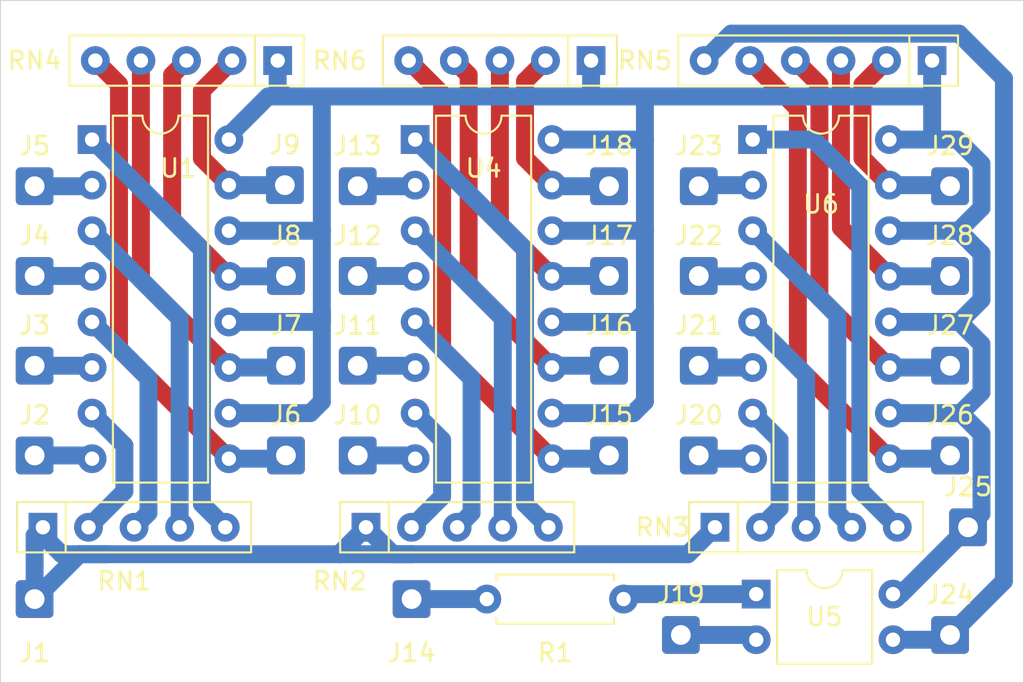
<source format=kicad_pcb>
(kicad_pcb (version 20240108) (generator "pcbnew") (generator_version "8.0")
  (layers (0 "F.Cu" signal) (31 "B.Cu" signal) (34 "B.Paste" user) (35 "F.Paste" user) (36 "B.SilkS" user "B.Silkscreen") (37 "F.SilkS" user "F.Silkscreen") (38 "B.Mask" user) (39 "F.Mask" user) (44 "Edge.Cuts" user))
  (net 0 "")
  (net 1 "Net-(J14-Pin_1)")
  (net 2 "Net-(J16-Pin_1)")
  (net 3 "Net-(J2-Pin_1)")
  (net 4 "Net-(J3-Pin_1)")
  (net 5 "Net-(J4-Pin_1)")
  (net 6 "Net-(J5-Pin_1)")
  (net 7 "Net-(J6-Pin_1)")
  (net 8 "Net-(J7-Pin_1)")
  (net 9 "Net-(J8-Pin_1)")
  (net 10 "Net-(J9-Pin_1)")
  (net 11 "Net-(J10-Pin_1)")
  (net 12 "Net-(J11-Pin_1)")
  (net 13 "Net-(J12-Pin_1)")
  (net 14 "Net-(J13-Pin_1)")
  (net 15 "Net-(J15-Pin_1)")
  (net 16 "Net-(J18-Pin_1)")
  (net 17 "Net-(J19-Pin_1)")
  (net 18 "Net-(J20-Pin_1)")
  (net 19 "Net-(J21-Pin_1)")
  (net 20 "Net-(J22-Pin_1)")
  (net 21 "Net-(J23-Pin_1)")
  (net 22 "Net-(J24-Pin_1)")
  (net 23 "Net-(J25-Pin_1)")
  (net 24 "Net-(J26-Pin_1)")
  (net 25 "Net-(J27-Pin_1)")
  (net 26 "Net-(J28-Pin_1)")
  (net 27 "Net-(J29-Pin_1)")
  (net 28 "Net-(RN1-R4)")
  (net 29 "Net-(RN1-R3)")
  (net 30 "Net-(RN1-R2)")
  (net 31 "Net-(RN1-R1)")
  (net 32 "Net-(R1-Pad2)")
  (net 33 "Net-(RN2-R2)")
  (net 34 "Net-(RN2-R3)")
  (net 35 "Net-(RN2-R1)")
  (net 36 "Net-(RN2-R4)")
  (net 37 "Net-(RN3-R1)")
  (net 38 "Net-(RN3-R2)")
  (net 39 "Net-(RN3-R4)")
  (net 40 "Net-(RN3-R3)")
  (net 41 "Net-(J1-Pin_1)")
  (net 42 "Net-(J17-Pin_1)")
  (footprint "Connector_Wire:SolderWire-0.5sqmm_1x01_D0.9mm_OD2.1mm" (layer "F.Cu") (at 98.095 78.35)
    (property "Reference" "J4" (at 0 -2.25 0) (layer "F.SilkS"))
    (property "Value" "+12 V K15" (hide yes))
    (pad "1" thru_hole roundrect (at 0 0) (size 2.1 2.1) (drill 1.1) (layers "*.Cu" "*.Mask") (roundrect_rratio 0.119048) (net 5 "Net-(J4-Pin_1)"))
  )
  (footprint "Connector_Wire:SolderWire-0.5sqmm_1x01_D0.9mm_OD2.1mm" (layer "F.Cu") (at 98.095 88.35)
    (property "Reference" "J2" (at 0 -2.25 0) (layer "F.SilkS"))
    (property "Value" "+12 V K15" (hide yes))
    (pad "1" thru_hole roundrect (at 0 0) (size 2.1 2.1) (drill 1.1) (layers "*.Cu" "*.Mask") (roundrect_rratio 0.119048) (net 3 "Net-(J2-Pin_1)"))
  )
  (footprint "Connector_Wire:SolderWire-0.5sqmm_1x01_D0.9mm_OD2.1mm" (layer "F.Cu") (at 116.095 83.35)
    (property "Reference" "J11" (at 0 -2.25 0) (layer "F.SilkS"))
    (property "Value" "+12 V K15" (hide yes))
    (pad "1" thru_hole roundrect (at 0 0) (size 2.1 2.1) (drill 1.1) (layers "*.Cu" "*.Mask") (roundrect_rratio 0.119048) (net 12 "Net-(J11-Pin_1)"))
  )
  (footprint "Connector_Wire:SolderWire-0.5sqmm_1x01_D0.9mm_OD2.1mm" (layer "F.Cu") (at 112.095 78.35)
    (property "Reference" "J8" (at 0 -2.25 0) (layer "F.SilkS"))
    (property "Value" "+12 V K15" (hide yes))
    (pad "1" thru_hole roundrect (at 0 0) (size 2.1 2.1) (drill 1.1) (layers "*.Cu" "*.Mask") (roundrect_rratio 0.119048) (net 9 "Net-(J8-Pin_1)"))
  )
  (footprint "Connector_Wire:SolderWire-0.5sqmm_1x01_D0.9mm_OD2.1mm" (layer "F.Cu") (at 149.095 83.35)
    (property "Reference" "J27" (at 0 -2.25 0) (layer "F.SilkS"))
    (property "Value" "+12 V K15" (hide yes))
    (pad "1" thru_hole roundrect (at 0 0) (size 2.1 2.1) (drill 1.1) (layers "*.Cu" "*.Mask") (roundrect_rratio 0.119048) (net 25 "Net-(J27-Pin_1)"))
  )
  (footprint "Resistor_THT:R_Array_SIP5" (layer "F.Cu") (at 111.635 66.35 180)
    (property "Reference" "RN4" (at 13.54 0 0) (layer "F.SilkS"))
    (property "Value" "Pull Up 10k")
    (fp_line (start 11.6 1.4) (end 11.6 -1.4) (stroke (width 0.12)) (layer "F.SilkS"))
    (fp_line (start 11.6 -1.4) (end -1.44 -1.4) (stroke (width 0.12)) (layer "F.SilkS"))
    (fp_line (start 1.27 -1.4) (end 1.27 1.4) (stroke (width 0.12)) (layer "F.SilkS"))
    (fp_line (start -1.44 1.4) (end 11.6 1.4) (stroke (width 0.12)) (layer "F.SilkS"))
    (fp_line (start -1.44 -1.4) (end -1.44 1.4) (stroke (width 0.12)) (layer "F.SilkS"))
    (pad "1" thru_hole rect (at 0 0 180) (size 1.6 1.6) (drill 0.8) (layers "*.Cu" "*.Mask") (net 23 "Net-(J25-Pin_1)"))
    (pad "2" thru_hole oval (at 2.54 0 180) (size 1.6 1.6) (drill 0.8) (layers "*.Cu" "*.Mask") (net 10 "Net-(J9-Pin_1)"))
    (pad "3" thru_hole oval (at 5.08 0 180) (size 1.6 1.6) (drill 0.8) (layers "*.Cu" "*.Mask") (net 9 "Net-(J8-Pin_1)"))
    (pad "4" thru_hole oval (at 7.62 0 180) (size 1.6 1.6) (drill 0.8) (layers "*.Cu" "*.Mask") (net 8 "Net-(J7-Pin_1)"))
    (pad "5" thru_hole oval (at 10.16 0 180) (size 1.6 1.6) (drill 0.8) (layers "*.Cu" "*.Mask") (net 7 "Net-(J6-Pin_1)"))
  )
  (footprint "Resistor_THT:R_Array_SIP5" (layer "F.Cu") (at 98.555 92.35)
    (property "Reference" "RN1" (at 4.54 3 0) (layer "F.SilkS"))
    (property "Value" "4,7k")
    (fp_line (start -1.44 -1.4) (end -1.44 1.4) (stroke (width 0.12)) (layer "F.SilkS"))
    (fp_line (start -1.44 1.4) (end 11.6 1.4) (stroke (width 0.12)) (layer "F.SilkS"))
    (fp_line (start 1.27 -1.4) (end 1.27 1.4) (stroke (width 0.12)) (layer "F.SilkS"))
    (fp_line (start 11.6 -1.4) (end -1.44 -1.4) (stroke (width 0.12)) (layer "F.SilkS"))
    (fp_line (start 11.6 1.4) (end 11.6 -1.4) (stroke (width 0.12)) (layer "F.SilkS"))
    (pad "1" thru_hole rect (at 0 0) (size 1.6 1.6) (drill 0.8) (layers "*.Cu" "*.Mask") (net 41 "Net-(J1-Pin_1)"))
    (pad "2" thru_hole oval (at 2.54 0) (size 1.6 1.6) (drill 0.8) (layers "*.Cu" "*.Mask") (net 31 "Net-(RN1-R1)"))
    (pad "3" thru_hole oval (at 5.08 0) (size 1.6 1.6) (drill 0.8) (layers "*.Cu" "*.Mask") (net 30 "Net-(RN1-R2)"))
    (pad "4" thru_hole oval (at 7.62 0) (size 1.6 1.6) (drill 0.8) (layers "*.Cu" "*.Mask") (net 29 "Net-(RN1-R3)"))
    (pad "5" thru_hole oval (at 10.16 0) (size 1.6 1.6) (drill 0.8) (layers "*.Cu" "*.Mask") (net 28 "Net-(RN1-R4)"))
  )
  (footprint "Connector_Wire:SolderWire-0.5sqmm_1x01_D0.9mm_OD2.1mm" (layer "F.Cu") (at 135.095 83.35)
    (property "Reference" "J21" (at 0 -2.25 0) (layer "F.SilkS"))
    (property "Value" "+12 V K15" (hide yes))
    (pad "1" thru_hole roundrect (at 0 0) (size 2.1 2.1) (drill 1.1) (layers "*.Cu" "*.Mask") (roundrect_rratio 0.119048) (net 19 "Net-(J21-Pin_1)"))
  )
  (footprint "Connector_Wire:SolderWire-0.5sqmm_1x01_D0.9mm_OD2.1mm" (layer "F.Cu") (at 112.095 88.35)
    (property "Reference" "J6" (at 0 -2.25 0) (layer "F.SilkS"))
    (property "Value" "+12 V K15" (hide yes))
    (pad "1" thru_hole roundrect (at 0 0) (size 2.1 2.1) (drill 1.1) (layers "*.Cu" "*.Mask") (roundrect_rratio 0.119048) (net 7 "Net-(J6-Pin_1)"))
  )
  (footprint "Connector_Wire:SolderWire-0.5sqmm_1x01_D0.9mm_OD2.1mm" (layer "F.Cu") (at 112.095 83.35)
    (property "Reference" "J7" (at 0 -2.25 0) (layer "F.SilkS"))
    (property "Value" "+12 V K15" (hide yes))
    (pad "1" thru_hole roundrect (at 0 0) (size 2.1 2.1) (drill 1.1) (layers "*.Cu" "*.Mask") (roundrect_rratio 0.119048) (net 8 "Net-(J7-Pin_1)"))
  )
  (footprint "Connector_Wire:SolderWire-0.5sqmm_1x01_D0.9mm_OD2.1mm" (layer "F.Cu") (at 135.095 88.35)
    (property "Reference" "J20" (at 0 -2.25 0) (layer "F.SilkS"))
    (property "Value" "+12 V K15" (hide yes))
    (pad "1" thru_hole roundrect (at 0 0) (size 2.1 2.1) (drill 1.1) (layers "*.Cu" "*.Mask") (roundrect_rratio 0.119048) (net 18 "Net-(J20-Pin_1)"))
  )
  (footprint "Connector_Wire:SolderWire-0.5sqmm_1x01_D0.9mm_OD2.1mm" (layer "F.Cu") (at 134.095 98.35)
    (property "Reference" "J19" (at 0 -2.25 0) (layer "F.SilkS"))
    (property "Value" "+12 V K15" (hide yes))
    (pad "1" thru_hole roundrect (at 0 0) (size 2.1 2.1) (drill 1.1) (layers "*.Cu" "*.Mask") (roundrect_rratio 0.119048) (net 17 "Net-(J19-Pin_1)"))
  )
  (footprint "Package_DIP:DIP-4_W7.62mm" (layer "F.Cu") (at 138.295 96.075)
    (property "Reference" "U5" (at 3.8 1.275 0) (layer "F.SilkS"))
    (property "Value" "LVT 817")
    (fp_line (start 1.16 -1.33) (end 1.16 3.87) (stroke (width 0.12)) (layer "F.SilkS"))
    (fp_line (start 1.16 3.87) (end 6.46 3.87) (stroke (width 0.12)) (layer "F.SilkS"))
    (fp_line (start 2.81 -1.33) (end 1.16 -1.33) (stroke (width 0.12)) (layer "F.SilkS"))
    (fp_line (start 6.46 -1.33) (end 4.81 -1.33) (stroke (width 0.12)) (layer "F.SilkS"))
    (fp_line (start 6.46 3.87) (end 6.46 -1.33) (stroke (width 0.12)) (layer "F.SilkS"))
    (fp_arc (start 4.81 -1.33) (mid 3.81 -0.33) (end 2.81 -1.33) (stroke (width 0.12)) (layer "F.SilkS"))
    (pad "1" thru_hole rect (at 0 0) (size 1.6 1.6) (drill 0.8) (layers "*.Cu" "*.Mask") (net 32 "Net-(R1-Pad2)"))
    (pad "2" thru_hole oval (at 0 2.54) (size 1.6 1.6) (drill 0.8) (layers "*.Cu" "*.Mask") (net 17 "Net-(J19-Pin_1)"))
    (pad "3" thru_hole oval (at 7.62 2.54) (size 1.6 1.6) (drill 0.8) (layers "*.Cu" "*.Mask") (net 22 "Net-(J24-Pin_1)"))
    (pad "4" thru_hole oval (at 7.62 0) (size 1.6 1.6) (drill 0.8) (layers "*.Cu" "*.Mask") (net 23 "Net-(J25-Pin_1)"))
  )
  (footprint "Connector_Wire:SolderWire-0.5sqmm_1x01_D0.9mm_OD2.1mm" (layer "F.Cu") (at 130.095 88.35)
    (property "Reference" "J15" (at 0 -2.25 0) (layer "F.SilkS"))
    (property "Value" "+12 V K15" (hide yes))
    (pad "1" thru_hole roundrect (at 0 0) (size 2.1 2.1) (drill 1.1) (layers "*.Cu" "*.Mask") (roundrect_rratio 0.119048) (net 15 "Net-(J15-Pin_1)"))
  )
  (footprint "Connector_Wire:SolderWire-0.5sqmm_1x01_D0.9mm_OD2.1mm" (layer "F.Cu") (at 98.095 96.35)
    (property "Reference" "J1" (at 0 3 0) (layer "F.SilkS"))
    (property "Value" "+12 V K15" (hide yes))
    (pad "1" thru_hole roundrect (at 0 0) (size 2.1 2.1) (drill 1.1) (layers "*.Cu" "*.Mask") (roundrect_rratio 0.119048) (net 41 "Net-(J1-Pin_1)"))
  )
  (footprint "Connector_Wire:SolderWire-0.5sqmm_1x01_D0.9mm_OD2.1mm" (layer "F.Cu") (at 149.095 73.35)
    (property "Reference" "J29" (at 0 -2.25 0) (layer "F.SilkS"))
    (property "Value" "+12 V K15" (hide yes))
    (pad "1" thru_hole roundrect (at 0 0) (size 2.1 2.1) (drill 1.1) (layers "*.Cu" "*.Mask") (roundrect_rratio 0.119048) (net 27 "Net-(J29-Pin_1)"))
  )
  (footprint "Package_DIP:DIP-16_W7.62mm" (layer "F.Cu") (at 138.095 70.75)
    (property "Reference" "U6" (at 3.81 3.6 0) (layer "F.SilkS"))
    (property "Value" "LTV-847")
    (fp_line (start 1.16 -1.33) (end 1.16 19.11) (stroke (width 0.12)) (layer "F.SilkS"))
    (fp_line (start 1.16 19.11) (end 6.46 19.11) (stroke (width 0.12)) (layer "F.SilkS"))
    (fp_line (start 2.81 -1.33) (end 1.16 -1.33) (stroke (width 0.12)) (layer "F.SilkS"))
    (fp_line (start 6.46 -1.33) (end 4.81 -1.33) (stroke (width 0.12)) (layer "F.SilkS"))
    (fp_line (start 6.46 19.11) (end 6.46 -1.33) (stroke (width 0.12)) (layer "F.SilkS"))
    (fp_arc (start 4.81 -1.33) (mid 3.81 -0.33) (end 2.81 -1.33) (stroke (width 0.12)) (layer "F.SilkS"))
    (pad "1" thru_hole rect (at 0 0) (size 1.6 1.6) (drill 0.8) (layers "*.Cu" "*.Mask") (net 39 "Net-(RN3-R4)"))
    (pad "2" thru_hole oval (at 0 2.54) (size 1.6 1.6) (drill 0.8) (layers "*.Cu" "*.Mask") (net 21 "Net-(J23-Pin_1)"))
    (pad "3" thru_hole oval (at 0 5.08) (size 1.6 1.6) (drill 0.8) (layers "*.Cu" "*.Mask") (net 40 "Net-(RN3-R3)"))
    (pad "4" thru_hole oval (at 0 7.62) (size 1.6 1.6) (drill 0.8) (layers "*.Cu" "*.Mask") (net 20 "Net-(J22-Pin_1)"))
    (pad "5" thru_hole oval (at 0 10.16) (size 1.6 1.6) (drill 0.8) (layers "*.Cu" "*.Mask") (net 38 "Net-(RN3-R2)"))
    (pad "6" thru_hole oval (at 0 12.7) (size 1.6 1.6) (drill 0.8) (layers "*.Cu" "*.Mask") (net 19 "Net-(J21-Pin_1)"))
    (pad "7" thru_hole oval (at 0 15.24) (size 1.6 1.6) (drill 0.8) (layers "*.Cu" "*.Mask") (net 37 "Net-(RN3-R1)"))
    (pad "8" thru_hole oval (at 0 17.78) (size 1.6 1.6) (drill 0.8) (layers "*.Cu" "*.Mask") (net 18 "Net-(J20-Pin_1)"))
    (pad "9" thru_hole oval (at 7.62 17.78) (size 1.6 1.6) (drill 0.8) (layers "*.Cu" "*.Mask") (net 24 "Net-(J26-Pin_1)"))
    (pad "10" thru_hole oval (at 7.62 15.24) (size 1.6 1.6) (drill 0.8) (layers "*.Cu" "*.Mask") (net 23 "Net-(J25-Pin_1)"))
    (pad "11" thru_hole oval (at 7.62 12.7) (size 1.6 1.6) (drill 0.8) (layers "*.Cu" "*.Mask") (net 25 "Net-(J27-Pin_1)"))
    (pad "12" thru_hole oval (at 7.62 10.16) (size 1.6 1.6) (drill 0.8) (layers "*.Cu" "*.Mask") (net 23 "Net-(J25-Pin_1)"))
    (pad "13" thru_hole oval (at 7.62 7.62) (size 1.6 1.6) (drill 0.8) (layers "*.Cu" "*.Mask") (net 26 "Net-(J28-Pin_1)"))
    (pad "14" thru_hole oval (at 7.62 5.08) (size 1.6 1.6) (drill 0.8) (layers "*.Cu" "*.Mask") (net 23 "Net-(J25-Pin_1)"))
    (pad "15" thru_hole oval (at 7.62 2.54) (size 1.6 1.6) (drill 0.8) (layers "*.Cu" "*.Mask") (net 27 "Net-(J29-Pin_1)"))
    (pad "16" thru_hole oval (at 7.62 0) (size 1.6 1.6) (drill 0.8) (layers "*.Cu" "*.Mask") (net 23 "Net-(J25-Pin_1)"))
  )
  (footprint "Resistor_THT:R_Array_SIP5" (layer "F.Cu") (at 129.095 66.35 180)
    (property "Reference" "RN6" (at 14 0 0) (layer "F.SilkS"))
    (property "Value" "Pull Up 10k")
    (fp_line (start 11.6 1.4) (end 11.6 -1.4) (stroke (width 0.12)) (layer "F.SilkS"))
    (fp_line (start 11.6 -1.4) (end -1.44 -1.4) (stroke (width 0.12)) (layer "F.SilkS"))
    (fp_line (start 1.27 -1.4) (end 1.27 1.4) (stroke (width 0.12)) (layer "F.SilkS"))
    (fp_line (start -1.44 1.4) (end 11.6 1.4) (stroke (width 0.12)) (layer "F.SilkS"))
    (fp_line (start -1.44 -1.4) (end -1.44 1.4) (stroke (width 0.12)) (layer "F.SilkS"))
    (pad "1" thru_hole rect (at 0 0 180) (size 1.6 1.6) (drill 0.8) (layers "*.Cu" "*.Mask") (net 23 "Net-(J25-Pin_1)"))
    (pad "2" thru_hole oval (at 2.54 0 180) (size 1.6 1.6) (drill 0.8) (layers "*.Cu" "*.Mask") (net 16 "Net-(J18-Pin_1)"))
    (pad "3" thru_hole oval (at 5.08 0 180) (size 1.6 1.6) (drill 0.8) (layers "*.Cu" "*.Mask") (net 42 "Net-(J17-Pin_1)"))
    (pad "4" thru_hole oval (at 7.62 0 180) (size 1.6 1.6) (drill 0.8) (layers "*.Cu" "*.Mask") (net 2 "Net-(J16-Pin_1)"))
    (pad "5" thru_hole oval (at 10.16 0 180) (size 1.6 1.6) (drill 0.8) (layers "*.Cu" "*.Mask") (net 15 "Net-(J15-Pin_1)"))
  )
  (footprint "Resistor_THT:R_Array_SIP5" (layer "F.Cu") (at 135.995 92.35)
    (property "Reference" "RN3" (at -2.9 0 0) (layer "F.SilkS"))
    (property "Value" "4,7k")
    (fp_line (start -1.44 -1.4) (end -1.44 1.4) (stroke (width 0.12)) (layer "F.SilkS"))
    (fp_line (start -1.44 1.4) (end 11.6 1.4) (stroke (width 0.12)) (layer "F.SilkS"))
    (fp_line (start 1.27 -1.4) (end 1.27 1.4) (stroke (width 0.12)) (layer "F.SilkS"))
    (fp_line (start 11.6 -1.4) (end -1.44 -1.4) (stroke (width 0.12)) (layer "F.SilkS"))
    (fp_line (start 11.6 1.4) (end 11.6 -1.4) (stroke (width 0.12)) (layer "F.SilkS"))
    (pad "1" thru_hole rect (at 0 0) (size 1.6 1.6) (drill 0.8) (layers "*.Cu" "*.Mask") (net 41 "Net-(J1-Pin_1)"))
    (pad "2" thru_hole oval (at 2.54 0) (size 1.6 1.6) (drill 0.8) (layers "*.Cu" "*.Mask") (net 37 "Net-(RN3-R1)"))
    (pad "3" thru_hole oval (at 5.08 0) (size 1.6 1.6) (drill 0.8) (layers "*.Cu" "*.Mask") (net 38 "Net-(RN3-R2)"))
    (pad "4" thru_hole oval (at 7.62 0) (size 1.6 1.6) (drill 0.8) (layers "*.Cu" "*.Mask") (net 40 "Net-(RN3-R3)"))
    (pad "5" thru_hole oval (at 10.16 0) (size 1.6 1.6) (drill 0.8) (layers "*.Cu" "*.Mask") (net 39 "Net-(RN3-R4)"))
  )
  (footprint "Connector_Wire:SolderWire-0.5sqmm_1x01_D0.9mm_OD2.1mm" (layer "F.Cu") (at 116.095 88.35)
    (property "Reference" "J10" (at 0 -2.25 0) (layer "F.SilkS"))
    (property "Value" "+12 V K15" (hide yes))
    (pad "1" thru_hole roundrect (at 0 0) (size 2.1 2.1) (drill 1.1) (layers "*.Cu" "*.Mask") (roundrect_rratio 0.119048) (net 11 "Net-(J10-Pin_1)"))
  )
  (footprint "Connector_Wire:SolderWire-0.5sqmm_1x01_D0.9mm_OD2.1mm" (layer "F.Cu") (at 149.095 78.35)
    (property "Reference" "J28" (at 0 -2.25 0) (layer "F.SilkS"))
    (property "Value" "+12 V K15" (hide yes))
    (pad "1" thru_hole roundrect (at 0 0) (size 2.1 2.1) (drill 1.1) (layers "*.Cu" "*.Mask") (roundrect_rratio 0.119048) (net 26 "Net-(J28-Pin_1)"))
  )
  (footprint "Connector_Wire:SolderWire-0.5sqmm_1x01_D0.9mm_OD2.1mm" (layer "F.Cu") (at 150.095 92.35)
    (property "Reference" "J25" (at 0 -2.25 0) (layer "F.SilkS"))
    (property "Value" "+12 V K15" (hide yes))
    (pad "1" thru_hole roundrect (at 0 0) (size 2.1 2.1) (drill 1.1) (layers "*.Cu" "*.Mask") (roundrect_rratio 0.119048) (net 23 "Net-(J25-Pin_1)"))
  )
  (footprint "Connector_Wire:SolderWire-0.5sqmm_1x01_D0.9mm_OD2.1mm" (layer "F.Cu") (at 149.095 98.35)
    (property "Reference" "J24" (at 0 -2.25 0) (layer "F.SilkS"))
    (property "Value" "+12 V K15" (hide yes))
    (pad "1" thru_hole roundrect (at 0 0) (size 2.1 2.1) (drill 1.1) (layers "*.Cu" "*.Mask") (roundrect_rratio 0.119048) (net 22 "Net-(J24-Pin_1)"))
  )
  (footprint "Connector_Wire:SolderWire-0.5sqmm_1x01_D0.9mm_OD2.1mm" (layer "F.Cu") (at 112.035 73.29)
    (property "Reference" "J9" (at 0 -2.25 0) (layer "F.SilkS"))
    (property "Value" "+12 V K15" (hide yes))
    (pad "1" thru_hole roundrect (at 0 0) (size 2.1 2.1) (drill 1.1) (layers "*.Cu" "*.Mask") (roundrect_rratio 0.119048) (net 10 "Net-(J9-Pin_1)"))
  )
  (footprint "Connector_Wire:SolderWire-0.5sqmm_1x01_D0.9mm_OD2.1mm" (layer "F.Cu") (at 135.095 73.35)
    (property "Reference" "J23" (at 0 -2.25 0) (layer "F.SilkS"))
    (property "Value" "+12 V K15" (hide yes))
    (pad "1" thru_hole roundrect (at 0 0) (size 2.1 2.1) (drill 1.1) (layers "*.Cu" "*.Mask") (roundrect_rratio 0.119048) (net 21 "Net-(J23-Pin_1)"))
  )
  (footprint "Connector_Wire:SolderWire-0.5sqmm_1x01_D0.9mm_OD2.1mm" (layer "F.Cu") (at 130.095 78.35)
    (property "Reference" "J17" (at 0 -2.25 0) (layer "F.SilkS"))
    (property "Value" "+12 V K15" (hide yes))
    (pad "1" thru_hole roundrect (at 0 0) (size 2.1 2.1) (drill 1.1) (layers "*.Cu" "*.Mask") (roundrect_rratio 0.119048) (net 42 "Net-(J17-Pin_1)"))
  )
  (footprint "Resistor_THT:R_Axial_DIN0207_L6.3mm_D2.5mm_P7.62mm_Horizontal" (layer "F.Cu") (at 123.285 96.35)
    (property "Reference" "R1" (at 3.81 3 0) (layer "F.SilkS"))
    (property "Value" "4,7k")
    (fp_line (start 0.54 -1.37) (end 7.08 -1.37) (stroke (width 0.12)) (layer "F.SilkS"))
    (fp_line (start 0.54 -1.04) (end 0.54 -1.37) (stroke (width 0.12)) (layer "F.SilkS"))
    (fp_line (start 0.54 1.04) (end 0.54 1.37) (stroke (width 0.12)) (layer "F.SilkS"))
    (fp_line (start 0.54 1.37) (end 7.08 1.37) (stroke (width 0.12)) (layer "F.SilkS"))
    (fp_line (start 7.08 -1.37) (end 7.08 -1.04) (stroke (width 0.12)) (layer "F.SilkS"))
    (fp_line (start 7.08 1.37) (end 7.08 1.04) (stroke (width 0.12)) (layer "F.SilkS"))
    (pad "1" thru_hole circle (at 0 0) (size 1.6 1.6) (drill 0.8) (layers "*.Cu" "*.Mask") (net 1 "Net-(J14-Pin_1)"))
    (pad "2" thru_hole oval (at 7.62 0) (size 1.6 1.6) (drill 0.8) (layers "*.Cu" "*.Mask") (net 32 "Net-(R1-Pad2)"))
  )
  (footprint "Resistor_THT:R_Array_SIP6" (layer "F.Cu") (at 148.095 66.35 180)
    (property "Reference" "RN5" (at 16 0 0) (layer "F.SilkS"))
    (property "Value" "Pull Up 10k")
    (fp_line (start 14.14 1.4) (end 14.14 -1.4) (stroke (width 0.12)) (layer "F.SilkS"))
    (fp_line (start 14.14 -1.4) (end -1.44 -1.4) (stroke (width 0.12)) (layer "F.SilkS"))
    (fp_line (start 1.27 -1.4) (end 1.27 1.4) (stroke (width 0.12)) (layer "F.SilkS"))
    (fp_line (start -1.44 1.4) (end 14.14 1.4) (stroke (width 0.12)) (layer "F.SilkS"))
    (fp_line (start -1.44 -1.4) (end -1.44 1.4) (stroke (width 0.12)) (layer "F.SilkS"))
    (pad "1" thru_hole rect (at 0 0 180) (size 1.6 1.6) (drill 0.8) (layers "*.Cu" "*.Mask") (net 23 "Net-(J25-Pin_1)"))
    (pad "2" thru_hole oval (at 2.54 0 180) (size 1.6 1.6) (drill 0.8) (layers "*.Cu" "*.Mask") (net 27 "Net-(J29-Pin_1)"))
    (pad "3" thru_hole oval (at 5.08 0 180) (size 1.6 1.6) (drill 0.8) (layers "*.Cu" "*.Mask") (net 26 "Net-(J28-Pin_1)"))
    (pad "4" thru_hole oval (at 7.62 0 180) (size 1.6 1.6) (drill 0.8) (layers "*.Cu" "*.Mask") (net 25 "Net-(J27-Pin_1)"))
    (pad "5" thru_hole oval (at 10.16 0 180) (size 1.6 1.6) (drill 0.8) (layers "*.Cu" "*.Mask") (net 24 "Net-(J26-Pin_1)"))
    (pad "6" thru_hole oval (at 12.7 0 180) (size 1.6 1.6) (drill 0.8) (layers "*.Cu" "*.Mask") (net 22 "Net-(J24-Pin_1)"))
  )
  (footprint "Resistor_THT:R_Array_SIP5" (layer "F.Cu") (at 116.555 92.35)
    (property "Reference" "RN2" (at -1.46 3 0) (layer "F.SilkS"))
    (property "Value" "4,7k")
    (fp_line (start -1.44 -1.4) (end -1.44 1.4) (stroke (width 0.12)) (layer "F.SilkS"))
    (fp_line (start -1.44 1.4) (end 11.6 1.4) (stroke (width 0.12)) (layer "F.SilkS"))
    (fp_line (start 1.27 -1.4) (end 1.27 1.4) (stroke (width 0.12)) (layer "F.SilkS"))
    (fp_line (start 11.6 -1.4) (end -1.44 -1.4) (stroke (width 0.12)) (layer "F.SilkS"))
    (fp_line (start 11.6 1.4) (end 11.6 -1.4) (stroke (width 0.12)) (layer "F.SilkS"))
    (pad "1" thru_hole rect (at 0 0) (size 1.6 1.6) (drill 0.8) (layers "*.Cu" "*.Mask") (net 41 "Net-(J1-Pin_1)"))
    (pad "2" thru_hole oval (at 2.54 0) (size 1.6 1.6) (drill 0.8) (layers "*.Cu" "*.Mask") (net 35 "Net-(RN2-R1)"))
    (pad "3" thru_hole oval (at 5.08 0) (size 1.6 1.6) (drill 0.8) (layers "*.Cu" "*.Mask") (net 33 "Net-(RN2-R2)"))
    (pad "4" thru_hole oval (at 7.62 0) (size 1.6 1.6) (drill 0.8) (layers "*.Cu" "*.Mask") (net 34 "Net-(RN2-R3)"))
    (pad "5" thru_hole oval (at 10.16 0) (size 1.6 1.6) (drill 0.8) (layers "*.Cu" "*.Mask") (net 36 "Net-(RN2-R4)"))
  )
  (footprint "Package_DIP:DIP-16_W7.62mm" (layer "F.Cu") (at 119.295 70.75)
    (property "Reference" "U4" (at 3.81 1.6 0) (layer "F.SilkS"))
    (property "Value" "LTV-847" (hide yes))
    (fp_line (start 1.16 -1.33) (end 1.16 19.11) (stroke (width 0.12)) (layer "F.SilkS"))
    (fp_line (start 1.16 19.11) (end 6.46 19.11) (stroke (width 0.12)) (layer "F.SilkS"))
    (fp_line (start 2.81 -1.33) (end 1.16 -1.33) (stroke (width 0.12)) (layer "F.SilkS"))
    (fp_line (start 6.46 -1.33) (end 4.81 -1.33) (stroke (width 0.12)) (layer "F.SilkS"))
    (fp_line (start 6.46 19.11) (end 6.46 -1.33) (stroke (width 0.12)) (layer "F.SilkS"))
    (fp_arc (start 4.81 -1.33) (mid 3.81 -0.33) (end 2.81 -1.33) (stroke (width 0.12)) (layer "F.SilkS"))
    (pad "1" thru_hole rect (at 0 0) (size 1.6 1.6) (drill 0.8) (layers "*.Cu" "*.Mask") (net 36 "Net-(RN2-R4)"))
    (pad "2" thru_hole oval (at 0 2.54) (size 1.6 1.6) (drill 0.8) (layers "*.Cu" "*.Mask") (net 14 "Net-(J13-Pin_1)"))
    (pad "3" thru_hole oval (at 0 5.08) (size 1.6 1.6) (drill 0.8) (layers "*.Cu" "*.Mask") (net 34 "Net-(RN2-R3)"))
    (pad "4" thru_hole oval (at 0 7.62) (size 1.6 1.6) (drill 0.8) (layers "*.Cu" "*.Mask") (net 13 "Net-(J12-Pin_1)"))
    (pad "5" thru_hole oval (at 0 10.16) (size 1.6 1.6) (drill 0.8) (layers "*.Cu" "*.Mask") (net 33 "Net-(RN2-R2)"))
    (pad "6" thru_hole oval (at 0 12.7) (size 1.6 1.6) (drill 0.8) (layers "*.Cu" "*.Mask") (net 12 "Net-(J11-Pin_1)"))
    (pad "7" thru_hole oval (at 0 15.24) (size 1.6 1.6) (drill 0.8) (layers "*.Cu" "*.Mask") (net 35 "Net-(RN2-R1)"))
    (pad "8" thru_hole oval (at 0 17.78) (size 1.6 1.6) (drill 0.8) (layers "*.Cu" "*.Mask") (net 11 "Net-(J10-Pin_1)"))
    (pad "9" thru_hole oval (at 7.62 17.78) (size 1.6 1.6) (drill 0.8) (layers "*.Cu" "*.Mask") (net 15 "Net-(J15-Pin_1)"))
    (pad "10" thru_hole oval (at 7.62 15.24) (size 1.6 1.6) (drill 0.8) (layers "*.Cu" "*.Mask") (net 23 "Net-(J25-Pin_1)"))
    (pad "11" thru_hole oval (at 7.62 12.7) (size 1.6 1.6) (drill 0.8) (layers "*.Cu" "*.Mask") (net 2 "Net-(J16-Pin_1)"))
    (pad "12" thru_hole oval (at 7.62 10.16) (size 1.6 1.6) (drill 0.8) (layers "*.Cu" "*.Mask") (net 23 "Net-(J25-Pin_1)"))
    (pad "13" thru_hole oval (at 7.62 7.62) (size 1.6 1.6) (drill 0.8) (layers "*.Cu" "*.Mask") (net 42 "Net-(J17-Pin_1)"))
    (pad "14" thru_hole oval (at 7.62 5.08) (size 1.6 1.6) (drill 0.8) (layers "*.Cu" "*.Mask") (net 23 "Net-(J25-Pin_1)"))
    (pad "15" thru_hole oval (at 7.62 2.54) (size 1.6 1.6) (drill 0.8) (layers "*.Cu" "*.Mask") (net 16 "Net-(J18-Pin_1)"))
    (pad "16" thru_hole oval (at 7.62 0) (size 1.6 1.6) (drill 0.8) (layers "*.Cu" "*.Mask") (net 23 "Net-(J25-Pin_1)"))
  )
  (footprint "Connector_Wire:SolderWire-0.5sqmm_1x01_D0.9mm_OD2.1mm" (layer "F.Cu") (at 98.095 73.35)
    (property "Reference" "J5" (at 0 -2.25 0) (layer "F.SilkS"))
    (property "Value" "+12 V K15" (hide yes))
    (pad "1" thru_hole roundrect (at 0 0) (size 2.1 2.1) (drill 1.1) (layers "*.Cu" "*.Mask") (roundrect_rratio 0.119048) (net 6 "Net-(J5-Pin_1)"))
  )
  (footprint "Connector_Wire:SolderWire-0.5sqmm_1x01_D0.9mm_OD2.1mm" (layer "F.Cu") (at 130.095 73.35)
    (property "Reference" "J18" (at 0 -2.25 0) (layer "F.SilkS"))
    (property "Value" "+12 V K15" (hide yes))
    (pad "1" thru_hole roundrect (at 0 0) (size 2.1 2.1) (drill 1.1) (layers "*.Cu" "*.Mask") (roundrect_rratio 0.119048) (net 16 "Net-(J18-Pin_1)"))
  )
  (footprint "Connector_Wire:SolderWire-0.5sqmm_1x01_D0.9mm_OD2.1mm" (layer "F.Cu") (at 135.095 78.35)
    (property "Reference" "J22" (at 0 -2.25 0) (layer "F.SilkS"))
    (property "Value" "+12 V K15" (hide yes))
    (pad "1" thru_hole roundrect (at 0 0) (size 2.1 2.1) (drill 1.1) (layers "*.Cu" "*.Mask") (roundrect_rratio 0.119048) (net 20 "Net-(J22-Pin_1)"))
  )
  (footprint "Connector_Wire:SolderWire-0.5sqmm_1x01_D0.9mm_OD2.1mm" (layer "F.Cu") (at 130.095 83.35)
    (property "Reference" "J16" (at 0 -2.25 0) (layer "F.SilkS"))
    (property "Value" "+12 V K15" (hide yes))
    (pad "1" thru_hole roundrect (at 0 0) (size 2.1 2.1) (drill 1.1) (layers "*.Cu" "*.Mask") (roundrect_rratio 0.119048) (net 2 "Net-(J16-Pin_1)"))
  )
  (footprint "Connector_Wire:SolderWire-0.5sqmm_1x01_D0.9mm_OD2.1mm" (layer "F.Cu") (at 98.095 83.35)
    (property "Reference" "J3" (at 0 -2.25 0) (layer "F.SilkS"))
    (property "Value" "+12 V K15" (hide yes))
    (pad "1" thru_hole roundrect (at 0 0) (size 2.1 2.1) (drill 1.1) (layers "*.Cu" "*.Mask") (roundrect_rratio 0.119048) (net 4 "Net-(J3-Pin_1)"))
  )
  (footprint "Connector_Wire:SolderWire-0.5sqmm_1x01_D0.9mm_OD2.1mm" (layer "F.Cu") (at 116.095 73.35)
    (property "Reference" "J13" (at 0 -2.25 0) (layer "F.SilkS"))
    (property "Value" "+12 V K15" (hide yes))
    (pad "1" thru_hole roundrect (at 0 0) (size 2.1 2.1) (drill 1.1) (layers "*.Cu" "*.Mask") (roundrect_rratio 0.119048) (net 14 "Net-(J13-Pin_1)"))
  )
  (footprint "Connector_Wire:SolderWire-0.5sqmm_1x01_D0.9mm_OD2.1mm" (layer "F.Cu") (at 119.095 96.35)
    (property "Reference" "J14" (at 0 3 0) (layer "F.SilkS"))
    (property "Value" "+12 V K15" (hide yes))
    (pad "1" thru_hole roundrect (at 0 0) (size 2.1 2.1) (drill 1.1) (layers "*.Cu" "*.Mask") (roundrect_rratio 0.119048) (net 1 "Net-(J14-Pin_1)"))
  )
  (footprint "Connector_Wire:SolderWire-0.5sqmm_1x01_D0.9mm_OD2.1mm" (layer "F.Cu") (at 116.095 78.35)
    (property "Reference" "J12" (at 0 -2.25 0) (layer "F.SilkS"))
    (property "Value" "+12 V K15" (hide yes))
    (pad "1" thru_hole roundrect (at 0 0) (size 2.1 2.1) (drill 1.1) (layers "*.Cu" "*.Mask") (roundrect_rratio 0.119048) (net 13 "Net-(J12-Pin_1)"))
  )
  (footprint "Package_DIP:DIP-16_W7.62mm" (layer "F.Cu") (at 101.295 70.75)
    (property "Reference" "U1" (at 4.8 1.6 0) (layer "F.SilkS"))
    (property "Value" "LTV-847")
    (fp_line (start 1.16 -1.33) (end 1.16 19.11) (stroke (width 0.12)) (layer "F.SilkS"))
    (fp_line (start 1.16 19.11) (end 6.46 19.11) (stroke (width 0.12)) (layer "F.SilkS"))
    (fp_line (start 2.81 -1.33) (end 1.16 -1.33) (stroke (width 0.12)) (layer "F.SilkS"))
    (fp_line (start 6.46 -1.33) (end 4.81 -1.33) (stroke (width 0.12)) (layer "F.SilkS"))
    (fp_line (start 6.46 19.11) (end 6.46 -1.33) (stroke (width 0.12)) (layer "F.SilkS"))
    (fp_arc (start 4.81 -1.33) (mid 3.81 -0.33) (end 2.81 -1.33) (stroke (width 0.12)) (layer "F.SilkS"))
    (pad "1" thru_hole rect (at 0 0) (size 1.6 1.6) (drill 0.8) (layers "*.Cu" "*.Mask") (net 28 "Net-(RN1-R4)"))
    (pad "2" thru_hole oval (at 0 2.54) (size 1.6 1.6) (drill 0.8) (layers "*.Cu" "*.Mask") (net 6 "Net-(J5-Pin_1)"))
    (pad "3" thru_hole oval (at 0 5.08) (size 1.6 1.6) (drill 0.8) (layers "*.Cu" "*.Mask") (net 29 "Net-(RN1-R3)"))
    (pad "4" thru_hole oval (at 0 7.62) (size 1.6 1.6) (drill 0.8) (layers "*.Cu" "*.Mask") (net 5 "Net-(J4-Pin_1)"))
    (pad "5" thru_hole oval (at 0 10.16) (size 1.6 1.6) (drill 0.8) (layers "*.Cu" "*.Mask") (net 30 "Net-(RN1-R2)"))
    (pad "6" thru_hole oval (at 0 12.7) (size 1.6 1.6) (drill 0.8) (layers "*.Cu" "*.Mask") (net 4 "Net-(J3-Pin_1)"))
    (pad "7" thru_hole oval (at 0 15.24) (size 1.6 1.6) (drill 0.8) (layers "*.Cu" "*.Mask") (net 31 "Net-(RN1-R1)"))
    (pad "8" thru_hole oval (at 0 17.78) (size 1.6 1.6) (drill 0.8) (layers "*.Cu" "*.Mask") (net 3 "Net-(J2-Pin_1)"))
    (pad "9" thru_hole oval (at 7.62 17.78) (size 1.6 1.6) (drill 0.8) (layers "*.Cu" "*.Mask") (net 7 "Net-(J6-Pin_1)"))
    (pad "10" thru_hole oval (at 7.62 15.24) (size 1.6 1.6) (drill 0.8) (layers "*.Cu" "*.Mask") (net 23 "Net-(J25-Pin_1)"))
    (pad "11" thru_hole oval (at 7.62 12.7) (size 1.6 1.6) (drill 0.8) (layers "*.Cu" "*.Mask") (net 8 "Net-(J7-Pin_1)"))
    (pad "12" thru_hole oval (at 7.62 10.16) (size 1.6 1.6) (drill 0.8) (layers "*.Cu" "*.Mask") (net 23 "Net-(J25-Pin_1)"))
    (pad "13" thru_hole oval (at 7.62 7.62) (size 1.6 1.6) (drill 0.8) (layers "*.Cu" "*.Mask") (net 9 "Net-(J8-Pin_1)"))
    (pad "14" thru_hole oval (at 7.62 5.08) (size 1.6 1.6) (drill 0.8) (layers "*.Cu" "*.Mask") (net 23 "Net-(J25-Pin_1)"))
    (pad "15" thru_hole oval (at 7.62 2.54) (size 1.6 1.6) (drill 0.8) (layers "*.Cu" "*.Mask") (net 10 "Net-(J9-Pin_1)"))
    (pad "16" thru_hole oval (at 7.62 0) (size 1.6 1.6) (drill 0.8) (layers "*.Cu" "*.Mask") (net 23 "Net-(J25-Pin_1)"))
  )
  (footprint "Connector_Wire:SolderWire-0.5sqmm_1x01_D0.9mm_OD2.1mm" (layer "F.Cu") (at 149.095 88.35)
    (property "Reference" "J26" (at 0 -2.25 0) (layer "F.SilkS"))
    (property "Value" "+12 V K15" (hide yes))
    (pad "1" thru_hole roundrect (at 0 0) (size 2.1 2.1) (drill 1.1) (layers "*.Cu" "*.Mask") (roundrect_rratio 0.119048) (net 24 "Net-(J26-Pin_1)"))
  )
  (gr_rect (start 96.19 63) (end 153.19 101) (stroke (width 0.05)) (fill none) (layer "Edge.Cuts"))
  (segment (start 123.285 96.35) (end 119.095 96.35) (width 1) (layer "B.Cu") (net 1))
  (segment (start 122.274999 78.809999) (end 126.915 83.45) (width 1) (layer "F.Cu") (net 2))
  (segment (start 121.475 66.35) (end 122.274999 67.149999) (width 1) (layer "F.Cu") (net 2))
  (segment (start 122.274999 67.149999) (end 122.274999 78.809999) (width 1) (layer "F.Cu") (net 2))
  (segment (start 130.095 83.35) (end 127.015 83.35) (width 1) (layer "B.Cu") (net 2))
  (segment (start 98.095 88.35) (end 101.115 88.35) (width 1) (layer "B.Cu") (net 3))
  (segment (start 98.095 83.35) (end 101.195 83.35) (width 1) (layer "B.Cu") (net 4))
  (segment (start 98.095 78.35) (end 101.275 78.35) (width 1) (layer "B.Cu") (net 5))
  (segment (start 98.095 73.35) (end 101.235 73.35) (width 1) (layer "B.Cu") (net 6))
  (segment (start 102.795 82.41) (end 108.915 88.53) (width 1) (layer "F.Cu") (net 7))
  (segment (start 102.795 67.67) (end 102.795 82.41) (width 1) (layer "F.Cu") (net 7))
  (segment (start 101.475 66.35) (end 102.795 67.67) (width 1) (layer "F.Cu") (net 7))
  (segment (start 108.915 88.53) (end 111.915 88.53) (width 1) (layer "B.Cu") (net 7))
  (segment (start 104.015 66.35) (end 104.015 78.55) (width 1) (layer "F.Cu") (net 8))
  (segment (start 104.015 78.55) (end 108.915 83.45) (width 1) (layer "F.Cu") (net 8))
  (segment (start 108.915 83.45) (end 111.995 83.45) (width 1) (layer "B.Cu") (net 8))
  (segment (start 105.755001 75.210001) (end 108.915 78.37) (width 1) (layer "F.Cu") (net 9))
  (segment (start 105.755001 67.149999) (end 105.755001 75.210001) (width 1) (layer "F.Cu") (net 9))
  (segment (start 106.555 66.35) (end 105.755001 67.149999) (width 1) (layer "F.Cu") (net 9))
  (segment (start 108.915 78.37) (end 112.075 78.37) (width 1) (layer "B.Cu") (net 9))
  (segment (start 107.415 71.79) (end 108.915 73.29) (width 1) (layer "F.Cu") (net 10))
  (segment (start 109.095 66.35) (end 107.415 68.03) (width 1) (layer "F.Cu") (net 10))
  (segment (start 107.415 68.03) (end 107.415 71.79) (width 1) (layer "F.Cu") (net 10))
  (segment (start 108.915 73.29) (end 112.035 73.29) (width 1) (layer "B.Cu") (net 10))
  (segment (start 116.165 88.35) (end 119.115 88.35) (width 1) (layer "B.Cu") (net 11))
  (segment (start 116.165 83.35) (end 119.195 83.35) (width 1) (layer "B.Cu") (net 12))
  (segment (start 116.165 78.35) (end 119.275 78.35) (width 1) (layer "B.Cu") (net 13))
  (segment (start 116.165 73.35) (end 119.235 73.35) (width 1) (layer "B.Cu") (net 14))
  (segment (start 118.935 66.35) (end 120.795 68.21) (width 1) (layer "F.Cu") (net 15))
  (segment (start 120.795 68.21) (end 120.795 82.41) (width 1) (layer "F.Cu") (net 15))
  (segment (start 120.795 82.41) (end 126.915 88.53) (width 1) (layer "F.Cu") (net 15))
  (segment (start 129.915 88.53) (end 130.095 88.35) (width 1) (layer "B.Cu") (net 15))
  (segment (start 126.915 88.53) (end 129.915 88.53) (width 1) (layer "B.Cu") (net 15))
  (segment (start 125.415 71.79) (end 126.915 73.29) (width 1) (layer "F.Cu") (net 16))
  (segment (start 126.555 66.35) (end 125.415 67.49) (width 1) (layer "F.Cu") (net 16))
  (segment (start 125.415 67.49) (end 125.415 71.79) (width 1) (layer "F.Cu") (net 16))
  (segment (start 130.095 73.35) (end 126.975 73.35) (width 1) (layer "B.Cu") (net 16))
  (segment (start 134.095 98.35) (end 138.03 98.35) (width 1) (layer "B.Cu") (net 17))
  (segment (start 138.03 98.35) (end 138.295 98.615) (width 1) (layer "B.Cu") (net 17))
  (segment (start 138.095 88.53) (end 134.895 88.53) (width 1) (layer "B.Cu") (net 18))
  (segment (start 138.095 83.45) (end 134.815 83.45) (width 1) (layer "B.Cu") (net 19))
  (segment (start 138.095 78.37) (end 134.735 78.37) (width 1) (layer "B.Cu") (net 20))
  (segment (start 138.095 73.29) (end 134.775 73.29) (width 1) (layer "B.Cu") (net 21))
  (segment (start 135.395 66.35) (end 136.895 64.85) (width 1) (layer "B.Cu") (net 22))
  (segment (start 136.895 64.85) (end 149.595 64.85) (width 1) (layer "B.Cu") (net 22))
  (segment (start 145.915 98.615) (end 148.83 98.615) (width 1) (layer "B.Cu") (net 22))
  (segment (start 152.095 67.35) (end 152.095 95.35) (width 1) (layer "B.Cu") (net 22))
  (segment (start 149.595 64.85) (end 152.095 67.35) (width 1) (layer "B.Cu") (net 22))
  (segment (start 152.095 95.35) (end 149.095 98.35) (width 1) (layer "B.Cu") (net 22))
  (segment (start 145.915 96.075) (end 146.37 96.075) (width 1) (layer "B.Cu") (net 23))
  (segment (start 121.555 68.35) (end 114.095 68.35) (width 1) (layer "B.Cu") (net 23))
  (segment (start 150.845 82.14957) (end 149.60543 80.91) (width 1) (layer "B.Cu") (net 23))
  (segment (start 132.095 75.83) (end 132.095 70.75) (width 1) (layer "B.Cu") (net 23))
  (segment (start 150.845 87.14957) (end 150.845 91.6) (width 1) (layer "B.Cu") (net 23))
  (segment (start 149.575 75.83) (end 150.845 74.56) (width 1) (layer "B.Cu") (net 23))
  (segment (start 149.68543 85.99) (end 145.715 85.99) (width 1) (layer "B.Cu") (net 23))
  (segment (start 149.495 70.75) (end 148.519164 70.75) (width 1) (layer "B.Cu") (net 23))
  (segment (start 108.915 70.53) (end 111.095 68.35) (width 1) (layer "B.Cu") (net 23))
  (segment (start 121.555 68.35) (end 129.095 68.35) (width 1) (layer "B.Cu") (net 23))
  (segment (start 132.095 85.35) (end 131.455 85.99) (width 1) (layer "B.Cu") (net 23))
  (segment (start 148.095 66.35) (end 148.095 68.35) (width 1) (layer "B.Cu") (net 23))
  (segment (start 146.37 96.075) (end 150.095 92.35) (width 1) (layer "B.Cu") (net 23))
  (segment (start 132.095 68.35) (end 143.095 68.35) (width 1) (layer "B.Cu") (net 23))
  (segment (start 111.635 66.35) (end 111.635 67.89) (width 1) (layer "B.Cu") (net 23))
  (segment (start 114.095 68.35) (end 112.095 68.35) (width 1) (layer "B.Cu") (net 23))
  (segment (start 145.715 70.75) (end 148.095 70.75) (width 1) (layer "B.Cu") (net 23))
  (segment (start 114.095 75.83) (end 114.095 68.35) (width 1) (layer "B.Cu") (net 23))
  (segment (start 111.635 67.89) (end 112.095 68.35) (width 1) (layer "B.Cu") (net 23))
  (segment (start 108.915 80.91) (end 114.095 80.91) (width 1) (layer "B.Cu") (net 23))
  (segment (start 114.095 80.91) (end 114.095 80.35) (width 1) (layer "B.Cu") (net 23))
  (segment (start 150.845 72.1) (end 149.495 70.75) (width 1) (layer "B.Cu") (net 23))
  (segment (start 149.60543 80.91) (end 150.845 79.67043) (width 1) (layer "B.Cu") (net 23))
  (segment (start 145.715 75.83) (end 149.575 75.83) (width 1) (layer "B.Cu") (net 23))
  (segment (start 126.915 75.83) (end 132.095 75.83) (width 1) (layer "B.Cu") (net 23))
  (segment (start 150.845 91.6) (end 150.095 92.35) (width 1) (layer "B.Cu") (net 23))
  (segment (start 132.095 75.83) (end 132.095 80.35) (width 1) (layer "B.Cu") (net 23))
  (segment (start 150.845 79.67043) (end 150.845 77.1) (width 1) (layer "B.Cu") (net 23))
  (segment (start 131.455 85.99) (end 126.915 85.99) (width 1) (layer "B.Cu") (net 23))
  (segment (start 150.845 84.83043) (end 150.845 82.14957) (width 1) (layer "B.Cu") (net 23))
  (segment (start 132.095 70.75) (end 132.095 68.35) (width 1) (layer "B.Cu") (net 23))
  (segment (start 108.915 85.99) (end 113.455 85.99) (width 1) (layer "B.Cu") (net 23))
  (segment (start 150.845 77.1) (end 149.575 75.83) (width 1) (layer "B.Cu") (net 23))
  (segment (start 145.715 80.91) (end 149.60543 80.91) (width 1) (layer "B.Cu") (net 23))
  (segment (start 113.455 85.99) (end 114.095 85.35) (width 1) (layer "B.Cu") (net 23))
  (segment (start 143.315 68.35) (end 143.095 68.35) (width 1) (layer "B.Cu") (net 23))
  (segment (start 114.095 75.83) (end 108.915 75.83) (width 1) (layer "B.Cu") (net 23))
  (segment (start 149.68543 85.99) (end 150.845 87.14957) (width 1) (layer "B.Cu") (net 23))
  (segment (start 131.535 80.91) (end 132.095 80.35) (width 1) (layer "B.Cu") (net 23))
  (segment (start 126.915 80.91) (end 131.535 80.91) (width 1) (layer "B.Cu") (net 23))
  (segment (start 114.095 80.35) (end 114.095 75.83) (width 1) (layer "B.Cu") (net 23))
  (segment (start 114.095 85.35) (end 114.095 80.35) (width 1) (layer "B.Cu") (net 23))
  (segment (start 108.915 70.75) (end 108.915 70.53) (width 1) (layer "B.Cu") (net 23))
  (segment (start 132.095 80.35) (end 132.095 85.35) (width 1) (layer "B.Cu") (net 23))
  (segment (start 149.68543 85.99) (end 150.845 84.83043) (width 1) (layer "B.Cu") (net 23))
  (segment (start 129.095 66.35) (end 129.095 68.35) (width 1) (layer "B.Cu") (net 23))
  (segment (start 129.095 68.35) (end 132.095 68.35) (width 1) (layer "B.Cu") (net 23))
  (segment (start 132.095 70.75) (end 126.915 70.75) (width 1) (layer "B.Cu") (net 23))
  (segment (start 111.095 68.35) (end 112.095 68.35) (width 1) (layer "B.Cu") (net 23))
  (segment (start 148.095 68.35) (end 148.095 70.75) (width 1) (layer "B.Cu") (net 23))
  (segment (start 143.315 68.35) (end 148.095 68.35) (width 1) (layer "B.Cu") (net 23))
  (segment (start 148.095 70.75) (end 148.519164 70.75) (width 1) (layer "B.Cu") (net 23))
  (segment (start 150.845 74.56) (end 150.845 72.1) (width 1) (layer "B.Cu") (net 23))
  (segment (start 137.935 66.35) (end 140.615 69.03) (width 1) (layer "F.Cu") (net 24))
  (segment (start 140.615 83.43) (end 145.715 88.53) (width 1) (layer "F.Cu") (net 24))
  (segment (start 140.615 69.03) (end 140.615 83.43) (width 1) (layer "F.Cu") (net 24))
  (segment (start 145.715 88.53) (end 148.535 88.53) (width 1) (layer "B.Cu") (net 24))
  (segment (start 140.475 66.35) (end 141.815 67.69) (width 1) (layer "F.Cu") (net 25))
  (segment (start 141.815 67.69) (end 141.815 79.55) (width 1) (layer "F.Cu") (net 25))
  (segment (start 141.815 79.55) (end 145.715 83.45) (width 1) (layer "F.Cu") (net 25))
  (segment (start 145.715 83.45) (end 148.615 83.45) (width 1) (layer "B.Cu") (net 25))
  (segment (start 143.015 66.35) (end 143.015 75.67) (width 1) (layer "F.Cu") (net 26))
  (segment (start 143.015 75.67) (end 145.715 78.37) (width 1) (layer "F.Cu") (net 26))
  (segment (start 145.715 78.37) (end 148.695 78.37) (width 1) (layer "B.Cu") (net 26))
  (segment (start 145.555 66.35) (end 144.215 67.69) (width 1) (layer "F.Cu") (net 27))
  (segment (start 144.215 67.69) (end 144.215 71.79) (width 1) (layer "F.Cu") (net 27))
  (segment (start 144.215 71.79) (end 145.715 73.29) (width 1) (layer "F.Cu") (net 27))
  (segment (start 145.715 73.29) (end 148.655 73.29) (width 1) (layer "B.Cu") (net 27))
  (segment (start 107.415 76.87) (end 101.295 70.75) (width 1) (layer "B.Cu") (net 28))
  (segment (start 107.415 91.05) (end 107.415 76.87) (width 1) (layer "B.Cu") (net 28))
  (segment (start 108.715 92.35) (end 107.415 91.05) (width 1) (layer "B.Cu") (net 28))
  (segment (start 106.175 92.35) (end 106.175 80.71) (width 1) (layer "B.Cu") (net 29))
  (segment (start 106.175 80.71) (end 101.295 75.83) (width 1) (layer "B.Cu") (net 29))
  (segment (start 103.635 92.35) (end 104.434999 91.550001) (width 1) (layer "B.Cu") (net 30))
  (segment (start 104.434999 91.550001) (end 104.434999 84.049999) (width 1) (layer "B.Cu") (net 30))
  (segment (start 104.434999 84.049999) (end 101.295 80.91) (width 1) (layer "B.Cu") (net 30))
  (segment (start 101.095 92.35) (end 103.095 90.35) (width 1) (layer "B.Cu") (net 31))
  (segment (start 103.095 90.35) (end 103.095 87.79) (width 1) (layer "B.Cu") (net 31))
  (segment (start 103.095 87.79) (end 101.295 85.99) (width 1) (layer "B.Cu") (net 31))
  (segment (start 138.295 96.075) (end 131.18 96.075) (width 1) (layer "B.Cu") (net 32))
  (segment (start 131.18 96.075) (end 130.905 96.35) (width 1) (layer "B.Cu") (net 32))
  (segment (start 122.434999 91.550001) (end 122.434999 84.049999) (width 1) (layer "B.Cu") (net 33))
  (segment (start 122.434999 84.049999) (end 119.295 80.91) (width 1) (layer "B.Cu") (net 33))
  (segment (start 121.635 92.35) (end 122.434999 91.550001) (width 1) (layer "B.Cu") (net 33))
  (segment (start 124.175 80.71) (end 119.295 75.83) (width 1) (layer "B.Cu") (net 34))
  (segment (start 124.175 92.35) (end 124.175 80.71) (width 1) (layer "B.Cu") (net 34))
  (segment (start 120.795 87.49) (end 119.295 85.99) (width 1) (layer "B.Cu") (net 35))
  (segment (start 120.795 90.65) (end 120.795 87.49) (width 1) (layer "B.Cu") (net 35))
  (segment (start 119.095 92.35) (end 120.795 90.65) (width 1) (layer "B.Cu") (net 35))
  (segment (start 126.715 92.35) (end 125.415 91.05) (width 1) (layer "B.Cu") (net 36))
  (segment (start 125.415 76.87) (end 119.295 70.75) (width 1) (layer "B.Cu") (net 36))
  (segment (start 125.415 91.05) (end 125.415 76.87) (width 1) (layer "B.Cu") (net 36))
  (segment (start 139.595 91.29) (end 139.595 87.49) (width 1) (layer "B.Cu") (net 37))
  (segment (start 138.535 92.35) (end 139.595 91.29) (width 1) (layer "B.Cu") (net 37))
  (segment (start 139.595 87.49) (end 138.095 85.99) (width 1) (layer "B.Cu") (net 37))
  (segment (start 141.075 92.35) (end 141.075 83.89) (width 1) (layer "B.Cu") (net 38))
  (segment (start 141.075 83.89) (end 138.095 80.91) (width 1) (layer "B.Cu") (net 38))
  (segment (start 141.495 70.75) (end 138.095 70.75) (width 1) (layer "B.Cu") (net 39))
  (segment (start 146.155 92.35) (end 144.095 90.29) (width 1) (layer "B.Cu") (net 39))
  (segment (start 144.095 90.29) (end 144.095 73.35) (width 1) (layer "B.Cu") (net 39))
  (segment (start 144.095 73.35) (end 141.495 70.75) (width 1) (layer "B.Cu") (net 39))
  (segment (start 142.815001 91.550001) (end 142.815001 80.550001) (width 1) (layer "B.Cu") (net 40))
  (segment (start 142.815001 80.550001) (end 138.095 75.83) (width 1) (layer "B.Cu") (net 40))
  (segment (start 143.615 92.35) (end 142.815001 91.550001) (width 1) (layer "B.Cu") (net 40))
  (segment (start 119.095 93.85) (end 134.495 93.85) (width 1) (layer "B.Cu") (net 41))
  (segment (start 98.095 92.81) (end 98.555 92.35) (width 1) (layer "B.Cu") (net 41))
  (segment (start 118.055 93.85) (end 119.095 93.85) (width 1) (layer "B.Cu") (net 41))
  (segment (start 134.495 93.85) (end 135.995 92.35) (width 1) (layer "B.Cu") (net 41))
  (segment (start 116.555 92.35) (end 118.055 93.85) (width 1) (layer "B.Cu") (net 41))
  (segment (start 98.555 92.35) (end 98.555 92.81) (width 1) (layer "B.Cu") (net 41))
  (segment (start 100.595 93.85) (end 102.095 93.85) (width 1) (layer "B.Cu") (net 41))
  (segment (start 98.555 92.81) (end 99.595 93.85) (width 1) (layer "B.Cu") (net 41))
  (segment (start 102.095 93.85) (end 115.055 93.85) (width 1) (layer "B.Cu") (net 41))
  (segment (start 98.095 96.35) (end 98.095 92.81) (width 1) (layer "B.Cu") (net 41))
  (segment (start 98.095 96.35) (end 100.595 93.85) (width 1) (layer "B.Cu") (net 41))
  (segment (start 115.055 93.85) (end 119.095 93.85) (width 1) (layer "B.Cu") (net 41))
  (segment (start 115.055 93.85) (end 116.555 92.35) (width 1) (layer "B.Cu") (net 41))
  (segment (start 99.595 93.85) (end 102.095 93.85) (width 1) (layer "B.Cu") (net 41))
  (segment (start 124.015 66.35) (end 124.015 75.47) (width 1) (layer "F.Cu") (net 42))
  (segment (start 124.015 75.47) (end 126.915 78.37) (width 1) (layer "F.Cu") (net 42))
  (segment (start 130.095 78.35) (end 126.935 78.35) (width 1) (layer "B.Cu") (net 42))
)
</source>
